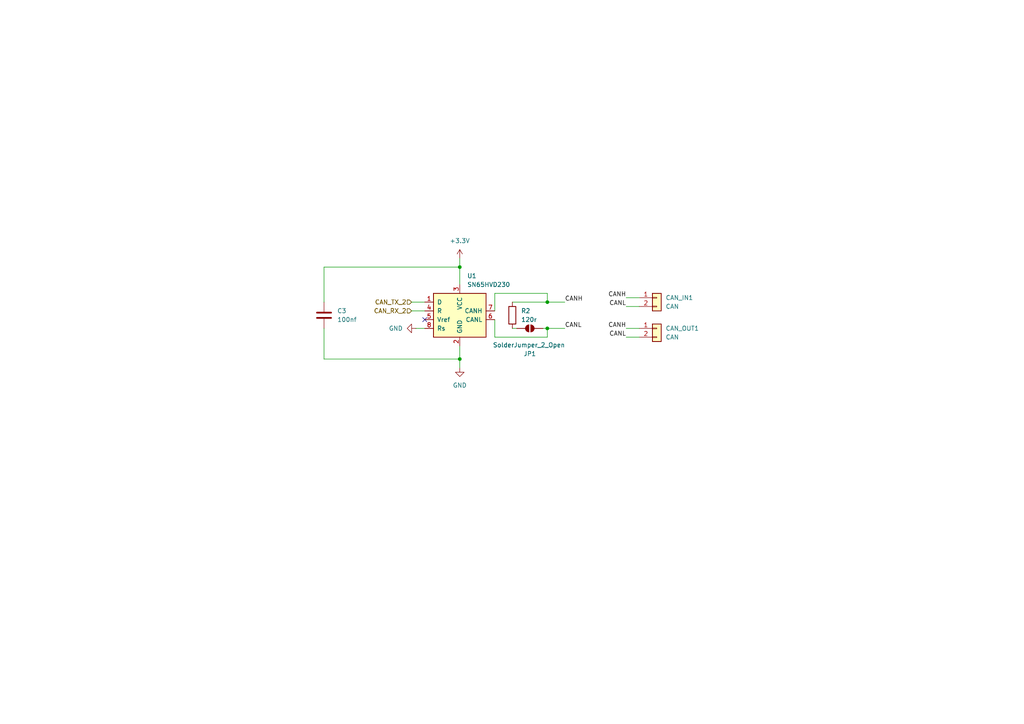
<source format=kicad_sch>
(kicad_sch (version 20250114) (generator "eeschema") (generator_version "9.0")
  (paper "A4")
  (lib_symbols
    (symbol "Connector_Generic:Conn_01x02" (pin_names (offset 1.016) (hide yes))
      (property "Reference" "J" (at 0 2.54 0))
      (property "Value" "Conn_01x02" (at 0 -5.08 0))
      (symbol "Conn_01x02_1_1"
        (rectangle (start -1.27 1.27) (end 1.27 -3.81) (stroke (width 0.254)) (fill (type background)))
        (rectangle (start -1.27 0.127) (end 0 -0.127) (stroke (width 0.1524)))
        (rectangle (start -1.27 -2.413) (end 0 -2.667) (stroke (width 0.1524)))
        (pin passive line (at -5.08 0 0) (length 3.81) (name "Pin_1") (number "1"))
        (pin passive line (at -5.08 -2.54 0) (length 3.81) (name "Pin_2") (number "2"))
      )
    )
    (symbol "Device:C" (pin_numbers (hide yes)) (pin_names (offset 0.254))
      (property "Reference" "C" (at 0.635 2.54 0))
      (property "Value" "C" (at 0.635 -2.54 0))
      (symbol "C_0_1"
        (polyline (pts (xy -2.032 0.762) (xy 2.032 0.762)) (stroke (width 0.508)))
        (polyline (pts (xy -2.032 -0.762) (xy 2.032 -0.762)) (stroke (width 0.508)))
      )
      (symbol "C_1_1"
        (pin passive line (at 0 3.81 270) (length 2.794) (name "~") (number "1"))
        (pin passive line (at 0 -3.81 90) (length 2.794) (name "~") (number "2"))
      )
    )
    (symbol "Device:R" (pin_numbers (hide yes)) (pin_names (offset 0))
      (property "Reference" "R" (at 2.032 0 90))
      (property "Value" "R" (at 0 0 90))
      (symbol "R_0_1"
        (rectangle (start -1.016 -2.54) (end 1.016 2.54) (stroke (width 0.254)))
      )
      (symbol "R_1_1"
        (pin passive line (at 0 3.81 270) (length 1.27) (name "~") (number "1"))
        (pin passive line (at 0 -3.81 90) (length 1.27) (name "~") (number "2"))
      )
    )
    (symbol "Interface_CAN_LIN:SN65HVD230" (pin_names (offset 1.016))
      (property "Reference" "U" (at -2.54 10.16 0))
      (property "Value" "SN65HVD230" (at -2.54 7.62 0))
      (symbol "SN65HVD230_0_1"
        (rectangle (start -7.62 5.08) (end 7.62 -7.62) (stroke (width 0.254)) (fill (type background)))
      )
      (symbol "SN65HVD230_1_1"
        (pin input line (at -10.16 2.54 0) (length 2.54) (name "D") (number "1"))
        (pin output line (at -10.16 0 0) (length 2.54) (name "R") (number "4"))
        (pin output line (at -10.16 -2.54 0) (length 2.54) (name "Vref") (number "5"))
        (pin input line (at -10.16 -5.08 0) (length 2.54) (name "Rs") (number "8"))
        (pin power_in line (at 0 7.62 270) (length 2.54) (name "VCC") (number "3"))
        (pin power_in line (at 0 -10.16 90) (length 2.54) (name "GND") (number "2"))
        (pin bidirectional line (at 10.16 0 180) (length 2.54) (name "CANH") (number "7"))
        (pin bidirectional line (at 10.16 -2.54 180) (length 2.54) (name "CANL") (number "6"))
      )
    )
    (symbol "Jumper:SolderJumper_2_Open" (pin_numbers (hide yes)) (pin_names (offset 0) (hide yes)) (in_bom no)
      (property "Reference" "JP" (at 0 2.032 0))
      (property "Value" "SolderJumper_2_Open" (at 0 -2.54 0))
      (symbol "SolderJumper_2_Open_0_1"
        (polyline (pts (xy -0.254 1.016) (xy -0.254 -1.016)))
        (arc (start -0.254 -1.016) (mid -1.2656 0) (end -0.254 1.016))
        (arc (start -0.254 -1.016) (mid -1.2656 0) (end -0.254 1.016) (fill (type outline)))
        (arc (start 0.254 1.016) (mid 1.2656 0) (end 0.254 -1.016))
        (arc (start 0.254 1.016) (mid 1.2656 0) (end 0.254 -1.016) (fill (type outline)))
        (polyline (pts (xy 0.254 1.016) (xy 0.254 -1.016)))
      )
      (symbol "SolderJumper_2_Open_1_1"
        (pin passive line (at -3.81 0 0) (length 2.54) (name "A") (number "1"))
        (pin passive line (at 3.81 0 180) (length 2.54) (name "B") (number "2"))
      )
    )
    (symbol "power:+3.3V" (power) (pin_numbers (hide yes)) (pin_names (offset 0) (hide yes))
      (property "Value" "+3.3V" (at 0 3.556 0))
      (symbol "+3.3V_0_1"
        (polyline (pts (xy -0.762 1.27) (xy 0 2.54)))
        (polyline (pts (xy 0 2.54) (xy 0.762 1.27)))
        (polyline (pts (xy 0 0) (xy 0 2.54)))
      )
      (symbol "+3.3V_1_1"
        (pin power_in line (at 0 0 90) (length 0) (name "~") (number "1"))
      )
    )
    (symbol "power:GND" (power) (pin_numbers (hide yes)) (pin_names (offset 0) (hide yes))
      (property "Value" "GND" (at 0 -3.81 0))
      (symbol "GND_0_1"
        (polyline (pts (xy 0 0) (xy 0 -1.27) (xy 1.27 -1.27) (xy 0 -2.54) (xy -1.27 -1.27) (xy 0 -1.27)))
      )
      (symbol "GND_1_1"
        (pin power_in line (at 0 0 270) (length 0) (name "~") (number "1"))
      )
    )
  )
  (junction (at 158.75 87.63))
  (junction (at 133.35 104.14))
  (junction (at 133.35 77.47))
  (junction (at 158.75 95.25))
  (no_connect (at 123.19 92.71))
  (wire (pts (xy 158.75 87.63) (xy 163.83 87.63)))
  (wire (pts (xy 181.61 97.79) (xy 185.42 97.79)))
  (wire (pts (xy 158.75 97.79) (xy 143.51 97.79)))
  (wire (pts (xy 158.75 85.09) (xy 143.51 85.09)))
  (wire (pts (xy 143.51 97.79) (xy 143.51 92.71)))
  (wire (pts (xy 133.35 106.68) (xy 133.35 104.14)))
  (wire (pts (xy 133.35 77.47) (xy 133.35 82.55)))
  (wire (pts (xy 181.61 88.9) (xy 185.42 88.9)))
  (wire (pts (xy 148.59 95.25) (xy 149.86 95.25)))
  (wire (pts (xy 93.98 104.14) (xy 133.35 104.14)))
  (wire (pts (xy 181.61 95.25) (xy 185.42 95.25)))
  (wire (pts (xy 133.35 74.93) (xy 133.35 77.47)))
  (wire (pts (xy 120.65 95.25) (xy 123.19 95.25)))
  (wire (pts (xy 133.35 104.14) (xy 133.35 100.33)))
  (wire (pts (xy 133.35 77.47) (xy 93.98 77.47)))
  (wire (pts (xy 93.98 95.25) (xy 93.98 104.14)))
  (wire (pts (xy 148.59 87.63) (xy 158.75 87.63)))
  (wire (pts (xy 158.75 87.63) (xy 158.75 85.09)))
  (wire (pts (xy 93.98 77.47) (xy 93.98 87.63)))
  (wire (pts (xy 119.38 87.63) (xy 123.19 87.63)))
  (wire (pts (xy 143.51 85.09) (xy 143.51 90.17)))
  (wire (pts (xy 158.75 95.25) (xy 158.75 97.79)))
  (wire (pts (xy 181.61 86.36) (xy 185.42 86.36)))
  (wire (pts (xy 119.38 90.17) (xy 123.19 90.17)))
  (wire (pts (xy 158.75 95.25) (xy 163.83 95.25)))
  (wire (pts (xy 157.48 95.25) (xy 158.75 95.25)))
  (label "CANH" (at 163.83 87.63 0))
  (label "CANL" (at 163.83 95.25 0))
  (label "CANL" (at 181.61 88.9 180))
  (label "CANH" (at 181.61 95.25 180))
  (label "CANL" (at 181.61 97.79 180))
  (label "CANH" (at 181.61 86.36 180))
  (hierarchical_label "CAN_TX_2" (shape input) (at 119.38 87.63 180))
  (hierarchical_label "CAN_RX_2" (shape input) (at 119.38 90.17 180))
  (hierarchical_label "CAN_TX_2" (shape input) (at 119.38 87.63 180))
  (hierarchical_label "CAN_RX_2" (shape input) (at 119.38 90.17 180))
  (symbol (lib_id "Connector_Generic:Conn_01x02") (at 190.5 86.36 0) (unit 1)
    (property "Reference" "CAN_IN1" (at 193.04 86.3599 0) (effects (justify left)))
    (property "Value" "CAN" (at 193.04 88.8999 0) (effects (justify left)))
    (property "Footprint" "myFootprints:MOLEX_26013114" (effects (hide yes)))
    (property "Description" "Generic connector, single row, 01x02, script generated (kicad-library-utils/schlib/autogen/connector/)" (effects (hide yes)))
    (property "LCSC Part" "C17644051" (effects (hide yes)))
    (property "LCSC" "C17644051" (effects (hide yes)))
  )
  (symbol (lib_id "Device:R") (at 148.59 91.44 0) (unit 1)
    (property "Reference" "R2" (at 151.13 90.1699 0) (effects (justify left)))
    (property "Value" "120r" (at 151.13 92.7099 0) (effects (justify left)))
    (property "Footprint" "Resistor_SMD:R_0805_2012Metric_Pad1.20x1.40mm_HandSolder" (effects (hide yes)))
    (property "Description" "Resistor" (effects (hide yes)))
    (property "LCSC Part" "C269726" (effects (hide yes)))
    (property "LCSC" "C269726" (effects (hide yes)))
  )
  (symbol (lib_id "power:+3.3V") (at 133.35 74.93 0) (unit 1)
    (property "Reference" "#PWR07" (effects (hide yes)))
    (property "Value" "+3.3V" (at 133.35 69.85 0))
    (property "Description" "Power symbol creates a global label with name \"+3.3V\"" (effects (hide yes)))
  )
  (symbol (lib_id "power:GND") (at 120.65 95.25 270) (unit 1)
    (property "Reference" "#PWR06" (effects (hide yes)))
    (property "Value" "GND" (at 116.84 95.2499 90) (effects (justify right)))
    (property "Description" "Power symbol creates a global label with name \"GND\" , ground" (effects (hide yes)))
  )
  (symbol (lib_id "Device:C") (at 93.98 91.44 0) (unit 1)
    (property "Reference" "C3" (at 97.79 90.1699 0) (effects (justify left)))
    (property "Value" "100nf" (at 97.79 92.7099 0) (effects (justify left)))
    (property "Footprint" "Capacitor_SMD:C_0805_2012Metric_Pad1.18x1.45mm_HandSolder" (effects (hide yes)))
    (property "Description" "Unpolarized capacitor" (effects (hide yes)))
    (property "LCSC Part" "C49678" (effects (hide yes)))
    (property "LCSC" "C49678" (effects (hide yes)))
  )
  (symbol (lib_id "Jumper:SolderJumper_2_Open") (at 153.67 95.25 0) (unit 1) (in_bom no)
    (property "Reference" "JP1" (at 153.67 102.616 0))
    (property "Value" "SolderJumper_2_Open" (at 153.416 100.076 0))
    (property "Footprint" "Jumper:SolderJumper-2_P1.3mm_Open_TrianglePad1.0x1.5mm" (effects (hide yes)))
    (property "Description" "Solder Jumper, 2-pole, open" (effects (hide yes)))
  )
  (symbol (lib_id "Connector_Generic:Conn_01x02") (at 190.5 95.25 0) (unit 1)
    (property "Reference" "CAN_OUT1" (at 193.04 95.2499 0) (effects (justify left)))
    (property "Value" "CAN" (at 193.04 97.7899 0) (effects (justify left)))
    (property "Footprint" "myFootprints:MOLEX_26013114" (effects (hide yes)))
    (property "Description" "Generic connector, single row, 01x02, script generated (kicad-library-utils/schlib/autogen/connector/)" (effects (hide yes)))
    (property "LCSC Part" "C17644051" (effects (hide yes)))
    (property "LCSC" "C17644051" (effects (hide yes)))
  )
  (symbol (lib_id "power:GND") (at 133.35 106.68 0) (unit 1)
    (property "Reference" "#PWR08" (effects (hide yes)))
    (property "Value" "GND" (at 133.35 111.76 0))
    (property "Description" "Power symbol creates a global label with name \"GND\" , ground" (effects (hide yes)))
  )
  (symbol (lib_id "Interface_CAN_LIN:SN65HVD230") (at 133.35 90.17 0) (unit 1)
    (property "Reference" "U1" (at 135.4933 80.01 0) (effects (justify left)))
    (property "Value" "SN65HVD230" (at 135.4933 82.55 0) (effects (justify left)))
    (property "Footprint" "Package_SO:SOIC-8_3.9x4.9mm_P1.27mm" (effects (hide yes)))
    (property "Datasheet" "http://www.ti.com/lit/ds/symlink/sn65hvd230.pdf" (effects (hide yes)))
    (property "Description" "CAN Bus Transceivers, 3.3V, 1Mbps, Low-Power capabilities, SOIC-8" (effects (hide yes)))
    (property "LCSC Part" "C1543812" (effects (hide yes)))
    (property "LCSC" "C1543812" (effects (hide yes)))
  )
)
</source>
